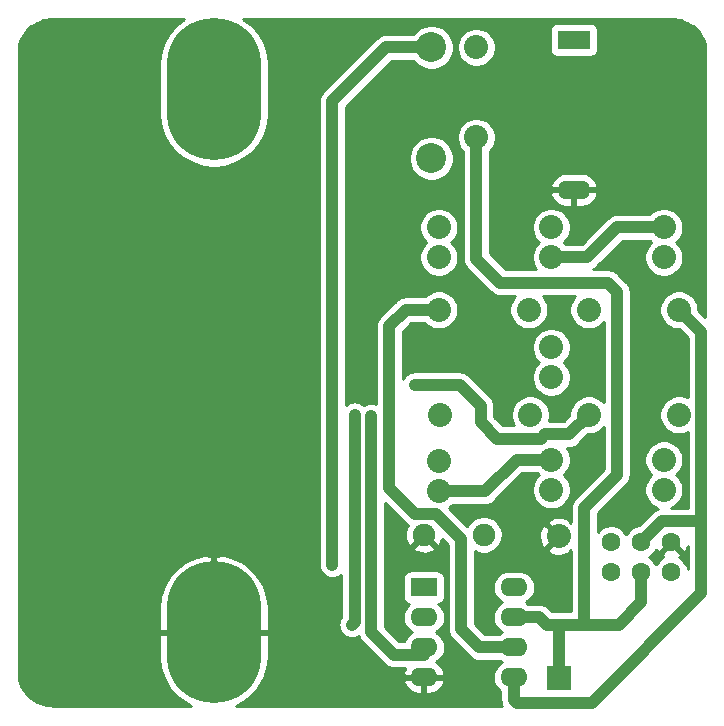
<source format=gbr>
G04 #@! TF.GenerationSoftware,KiCad,Pcbnew,(5.1.0)-1*
G04 #@! TF.CreationDate,2020-04-16T10:32:41+01:00*
G04 #@! TF.ProjectId,SolarDice,536f6c61-7244-4696-9365-2e6b69636164,rev?*
G04 #@! TF.SameCoordinates,PX5faea10PY77e7cd0*
G04 #@! TF.FileFunction,Copper,L1,Top*
G04 #@! TF.FilePolarity,Positive*
%FSLAX46Y46*%
G04 Gerber Fmt 4.6, Leading zero omitted, Abs format (unit mm)*
G04 Created by KiCad (PCBNEW (5.1.0)-1) date 2020-04-16 10:32:41*
%MOMM*%
%LPD*%
G04 APERTURE LIST*
%ADD10R,2.800000X1.600000*%
%ADD11O,2.800000X1.600000*%
%ADD12C,2.032000*%
%ADD13O,2.286000X1.574800*%
%ADD14R,2.286000X1.574800*%
%ADD15C,1.600200*%
%ADD16R,2.032000X2.032000*%
%ADD17C,2.540000*%
%ADD18C,1.905000*%
%ADD19O,8.000000X12.000000*%
%ADD20C,0.600000*%
%ADD21C,1.000000*%
%ADD22C,0.254000*%
G04 APERTURE END LIST*
D10*
X59690000Y87630000D03*
D11*
X59690000Y74930000D03*
D12*
X48387000Y55880000D03*
X56007000Y55880000D03*
X60960000Y55880000D03*
X68580000Y55880000D03*
X48260000Y64770000D03*
X55880000Y64770000D03*
X68580000Y64770000D03*
X60960000Y64770000D03*
X51435000Y79375000D03*
X51435000Y86995000D03*
D13*
X54610000Y41275000D03*
X54610000Y38735000D03*
X54610000Y36195000D03*
X54610000Y33655000D03*
X46990000Y33655000D03*
X46990000Y36195000D03*
X46990000Y38735000D03*
D14*
X46990000Y41275000D03*
D15*
X62865000Y45085000D03*
X62865000Y42545000D03*
X65405000Y45085000D03*
X65405000Y42545000D03*
X67945000Y45085000D03*
X67945000Y42545000D03*
D12*
X58420000Y45585000D03*
D16*
X58420000Y33585000D03*
D12*
X48260000Y49403000D03*
X48260000Y51943000D03*
X57785000Y49530000D03*
X57785000Y52070000D03*
X67310000Y49530000D03*
X67310000Y52070000D03*
X48260000Y69215000D03*
X48260000Y71755000D03*
X57785000Y69215000D03*
X57785000Y71755000D03*
X67310000Y69215000D03*
X67310000Y71755000D03*
X57785000Y59055000D03*
X57785000Y61595000D03*
D17*
X47625000Y86995000D03*
X47625000Y77597000D03*
D18*
X46990000Y45720000D03*
X52070000Y45720000D03*
D19*
X29210000Y37465000D03*
X29210000Y83465000D03*
D20*
X39243000Y43180000D03*
X46228000Y58420000D03*
X41148000Y55880000D03*
X40894000Y38100000D03*
X42545000Y55753000D03*
D21*
X39243000Y43688000D02*
X39243000Y43180000D01*
X39243000Y82423000D02*
X39243000Y43688000D01*
X47625000Y86995000D02*
X43815000Y86995000D01*
X43815000Y86995000D02*
X39243000Y82423000D01*
X60960000Y55880000D02*
X59309000Y54229000D01*
X57277000Y54229000D02*
X56896000Y53848000D01*
X59309000Y54229000D02*
X57277000Y54229000D01*
X56896000Y53848000D02*
X53213000Y53848000D01*
X53213000Y53848000D02*
X51816000Y55245000D01*
X51816000Y55245000D02*
X51816000Y56642000D01*
X51816000Y56642000D02*
X50038000Y58420000D01*
X50038000Y58420000D02*
X46228000Y58420000D01*
X41148000Y55880000D02*
X41148000Y38354000D01*
X41148000Y38354000D02*
X40894000Y38100000D01*
X46990000Y35560000D02*
X46634400Y35560000D01*
X46634400Y35560000D02*
X44450000Y35560000D01*
X44450000Y35560000D02*
X42545000Y37465000D01*
X42545000Y37465000D02*
X42545000Y55753000D01*
X45466000Y64770000D02*
X48260000Y64770000D01*
X44069000Y63373000D02*
X45466000Y64770000D01*
X44069000Y49657000D02*
X44069000Y63373000D01*
X50165000Y37719000D02*
X50165000Y45339000D01*
X50165000Y45339000D02*
X48006000Y47498000D01*
X48006000Y47498000D02*
X46228000Y47498000D01*
X46228000Y47498000D02*
X44069000Y49657000D01*
X51689000Y36195000D02*
X51054000Y36830000D01*
X54610000Y36195000D02*
X51689000Y36195000D01*
X51054000Y36830000D02*
X50165000Y37719000D01*
X68580000Y64770000D02*
X70485000Y62865000D01*
X67183000Y46863000D02*
X70485000Y46863000D01*
X65405000Y45085000D02*
X67183000Y46863000D01*
X70485000Y62865000D02*
X70485000Y46863000D01*
X70485000Y40767000D02*
X61214000Y31496000D01*
X70485000Y42164000D02*
X70485000Y40767000D01*
X70485000Y42164000D02*
X70485000Y46863000D01*
X61214000Y31496000D02*
X54864000Y31496000D01*
X54610000Y31750000D02*
X54610000Y33655000D01*
X54864000Y31496000D02*
X54610000Y31750000D01*
X65405000Y40005000D02*
X65405000Y42545000D01*
X63500000Y38100000D02*
X65405000Y40005000D01*
X58420000Y37846000D02*
X58674000Y38100000D01*
X58420000Y34085000D02*
X58420000Y37846000D01*
X60579000Y38100000D02*
X60579000Y48006000D01*
X60579000Y38100000D02*
X63500000Y38100000D01*
X58674000Y38100000D02*
X60579000Y38100000D01*
X60579000Y48006000D02*
X63373000Y50800000D01*
X63373000Y50800000D02*
X63373000Y66294000D01*
X63373000Y66294000D02*
X62611000Y67056000D01*
X62611000Y67056000D02*
X53467000Y67056000D01*
X51435000Y69088000D02*
X51435000Y79375000D01*
X53467000Y67056000D02*
X51435000Y69088000D01*
X57388000Y38100000D02*
X58674000Y38100000D01*
X56753000Y38735000D02*
X57388000Y38100000D01*
X54610000Y38735000D02*
X56753000Y38735000D01*
X54864000Y52070000D02*
X57785000Y52070000D01*
X48260000Y49403000D02*
X52197000Y49403000D01*
X52197000Y49403000D02*
X54864000Y52070000D01*
X57785000Y69215000D02*
X60833000Y69215000D01*
X60833000Y69215000D02*
X63373000Y71755000D01*
X63373000Y71755000D02*
X67310000Y71755000D01*
D22*
G36*
X26622474Y89337508D02*
G01*
X25916703Y88758298D01*
X25337493Y88052527D01*
X24907099Y87247320D01*
X24642065Y86373619D01*
X24575000Y85692695D01*
X24575000Y81237306D01*
X24642065Y80556382D01*
X24907099Y79682681D01*
X25337492Y78877474D01*
X25916702Y78171702D01*
X26622473Y77592492D01*
X27427680Y77162099D01*
X28301381Y76897065D01*
X29210000Y76807574D01*
X30118618Y76897065D01*
X30992319Y77162099D01*
X31797526Y77592492D01*
X32503298Y78171702D01*
X33082508Y78877473D01*
X33512901Y79682680D01*
X33777935Y80556381D01*
X33845000Y81237305D01*
X33845000Y85692695D01*
X33777935Y86373619D01*
X33512901Y87247320D01*
X33082508Y88052527D01*
X32503298Y88758298D01*
X31797527Y89337508D01*
X31699322Y89390000D01*
X67862270Y89390000D01*
X68187042Y89374904D01*
X68485411Y89332948D01*
X68772166Y89264953D01*
X69046031Y89172436D01*
X69305622Y89056916D01*
X69549483Y88919944D01*
X69776161Y88763095D01*
X69984202Y88587992D01*
X70172205Y88396270D01*
X70338856Y88189547D01*
X70482940Y87969367D01*
X70603331Y87737156D01*
X70698991Y87494106D01*
X70768862Y87241184D01*
X70811807Y86979052D01*
X70827492Y86689414D01*
X70827492Y64127639D01*
X70231000Y64724131D01*
X70231000Y64932609D01*
X70167553Y65251579D01*
X70043097Y65552042D01*
X69862415Y65822451D01*
X69632451Y66052415D01*
X69362042Y66233097D01*
X69061579Y66357553D01*
X68742609Y66421000D01*
X68417391Y66421000D01*
X68098421Y66357553D01*
X67797958Y66233097D01*
X67527549Y66052415D01*
X67297585Y65822451D01*
X67116903Y65552042D01*
X66992447Y65251579D01*
X66929000Y64932609D01*
X66929000Y64607391D01*
X66992447Y64288421D01*
X67116903Y63987958D01*
X67297585Y63717549D01*
X67527549Y63487585D01*
X67797958Y63306903D01*
X68098421Y63182447D01*
X68417391Y63119000D01*
X68625869Y63119000D01*
X69350000Y62394868D01*
X69350000Y57348085D01*
X69061579Y57467553D01*
X68742609Y57531000D01*
X68417391Y57531000D01*
X68098421Y57467553D01*
X67797958Y57343097D01*
X67527549Y57162415D01*
X67297585Y56932451D01*
X67116903Y56662042D01*
X66992447Y56361579D01*
X66929000Y56042609D01*
X66929000Y55717391D01*
X66992447Y55398421D01*
X67116903Y55097958D01*
X67297585Y54827549D01*
X67527549Y54597585D01*
X67797958Y54416903D01*
X68098421Y54292447D01*
X68417391Y54229000D01*
X68742609Y54229000D01*
X69061579Y54292447D01*
X69350001Y54411915D01*
X69350001Y47998000D01*
X67925696Y47998000D01*
X68092042Y48066903D01*
X68362451Y48247585D01*
X68592415Y48477549D01*
X68773097Y48747958D01*
X68897553Y49048421D01*
X68961000Y49367391D01*
X68961000Y49692609D01*
X68897553Y50011579D01*
X68773097Y50312042D01*
X68592415Y50582451D01*
X68374866Y50800000D01*
X68592415Y51017549D01*
X68773097Y51287958D01*
X68897553Y51588421D01*
X68961000Y51907391D01*
X68961000Y52232609D01*
X68897553Y52551579D01*
X68773097Y52852042D01*
X68592415Y53122451D01*
X68362451Y53352415D01*
X68092042Y53533097D01*
X67791579Y53657553D01*
X67472609Y53721000D01*
X67147391Y53721000D01*
X66828421Y53657553D01*
X66527958Y53533097D01*
X66257549Y53352415D01*
X66027585Y53122451D01*
X65846903Y52852042D01*
X65722447Y52551579D01*
X65659000Y52232609D01*
X65659000Y51907391D01*
X65722447Y51588421D01*
X65846903Y51287958D01*
X66027585Y51017549D01*
X66245134Y50800000D01*
X66027585Y50582451D01*
X65846903Y50312042D01*
X65722447Y50011579D01*
X65659000Y49692609D01*
X65659000Y49367391D01*
X65722447Y49048421D01*
X65846903Y48747958D01*
X66027585Y48477549D01*
X66257549Y48247585D01*
X66527958Y48066903D01*
X66828421Y47942447D01*
X66830285Y47942076D01*
X66746553Y47916676D01*
X66549377Y47811284D01*
X66419856Y47704989D01*
X66419854Y47704987D01*
X66376551Y47669449D01*
X66341013Y47626146D01*
X65227845Y46512977D01*
X64986397Y46464950D01*
X64725225Y46356769D01*
X64490177Y46199715D01*
X64290285Y45999823D01*
X64135000Y45767422D01*
X63979715Y45999823D01*
X63779823Y46199715D01*
X63544775Y46356769D01*
X63283603Y46464950D01*
X63006345Y46520100D01*
X62723655Y46520100D01*
X62446397Y46464950D01*
X62185225Y46356769D01*
X61950177Y46199715D01*
X61750285Y45999823D01*
X61714000Y45945519D01*
X61714000Y47535869D01*
X64136146Y49958013D01*
X64179449Y49993551D01*
X64321284Y50166377D01*
X64426676Y50363553D01*
X64491577Y50577501D01*
X64508000Y50744248D01*
X64508000Y50744249D01*
X64513491Y50800000D01*
X64508000Y50855752D01*
X64508000Y66238248D01*
X64513491Y66294000D01*
X64491577Y66516499D01*
X64426676Y66730447D01*
X64321284Y66927623D01*
X64214989Y67057143D01*
X64179449Y67100449D01*
X64136140Y67135992D01*
X63452995Y67819136D01*
X63417449Y67862449D01*
X63244623Y68004284D01*
X63047447Y68109676D01*
X62833499Y68174577D01*
X62666752Y68191000D01*
X62666751Y68191000D01*
X62611000Y68196491D01*
X62555249Y68191000D01*
X61324967Y68191000D01*
X61466623Y68266716D01*
X61639449Y68408551D01*
X61674996Y68451865D01*
X63843132Y70620000D01*
X66110134Y70620000D01*
X66245134Y70485000D01*
X66027585Y70267451D01*
X65846903Y69997042D01*
X65722447Y69696579D01*
X65659000Y69377609D01*
X65659000Y69052391D01*
X65722447Y68733421D01*
X65846903Y68432958D01*
X66027585Y68162549D01*
X66257549Y67932585D01*
X66527958Y67751903D01*
X66828421Y67627447D01*
X67147391Y67564000D01*
X67472609Y67564000D01*
X67791579Y67627447D01*
X68092042Y67751903D01*
X68362451Y67932585D01*
X68592415Y68162549D01*
X68773097Y68432958D01*
X68897553Y68733421D01*
X68961000Y69052391D01*
X68961000Y69377609D01*
X68897553Y69696579D01*
X68773097Y69997042D01*
X68592415Y70267451D01*
X68374866Y70485000D01*
X68592415Y70702549D01*
X68773097Y70972958D01*
X68897553Y71273421D01*
X68961000Y71592391D01*
X68961000Y71917609D01*
X68897553Y72236579D01*
X68773097Y72537042D01*
X68592415Y72807451D01*
X68362451Y73037415D01*
X68092042Y73218097D01*
X67791579Y73342553D01*
X67472609Y73406000D01*
X67147391Y73406000D01*
X66828421Y73342553D01*
X66527958Y73218097D01*
X66257549Y73037415D01*
X66110134Y72890000D01*
X63428741Y72890000D01*
X63372999Y72895490D01*
X63317257Y72890000D01*
X63317248Y72890000D01*
X63150501Y72873577D01*
X62936553Y72808676D01*
X62739377Y72703284D01*
X62566551Y72561449D01*
X62531009Y72518141D01*
X60362869Y70350000D01*
X58984866Y70350000D01*
X58849866Y70485000D01*
X59067415Y70702549D01*
X59248097Y70972958D01*
X59372553Y71273421D01*
X59436000Y71592391D01*
X59436000Y71917609D01*
X59372553Y72236579D01*
X59248097Y72537042D01*
X59067415Y72807451D01*
X58837451Y73037415D01*
X58567042Y73218097D01*
X58266579Y73342553D01*
X57947609Y73406000D01*
X57622391Y73406000D01*
X57303421Y73342553D01*
X57002958Y73218097D01*
X56732549Y73037415D01*
X56502585Y72807451D01*
X56321903Y72537042D01*
X56197447Y72236579D01*
X56134000Y71917609D01*
X56134000Y71592391D01*
X56197447Y71273421D01*
X56321903Y70972958D01*
X56502585Y70702549D01*
X56720134Y70485000D01*
X56502585Y70267451D01*
X56321903Y69997042D01*
X56197447Y69696579D01*
X56134000Y69377609D01*
X56134000Y69052391D01*
X56197447Y68733421D01*
X56321903Y68432958D01*
X56483575Y68191000D01*
X53937132Y68191000D01*
X52570000Y69558131D01*
X52570000Y74580961D01*
X57698096Y74580961D01*
X57715633Y74498182D01*
X57826285Y74238354D01*
X57985500Y74005105D01*
X58187161Y73807399D01*
X58423517Y73652834D01*
X58685486Y73547350D01*
X58963000Y73495000D01*
X59563000Y73495000D01*
X59563000Y74803000D01*
X59817000Y74803000D01*
X59817000Y73495000D01*
X60417000Y73495000D01*
X60694514Y73547350D01*
X60956483Y73652834D01*
X61192839Y73807399D01*
X61394500Y74005105D01*
X61553715Y74238354D01*
X61664367Y74498182D01*
X61681904Y74580961D01*
X61559915Y74803000D01*
X59817000Y74803000D01*
X59563000Y74803000D01*
X57820085Y74803000D01*
X57698096Y74580961D01*
X52570000Y74580961D01*
X52570000Y75279039D01*
X57698096Y75279039D01*
X57820085Y75057000D01*
X59563000Y75057000D01*
X59563000Y75077000D01*
X59817000Y75077000D01*
X59817000Y75057000D01*
X61559915Y75057000D01*
X61681904Y75279039D01*
X61664367Y75361818D01*
X61553715Y75621646D01*
X61394500Y75854895D01*
X61192839Y76052601D01*
X60956483Y76207166D01*
X60694514Y76312650D01*
X60417000Y76365000D01*
X58963000Y76365000D01*
X58685486Y76312650D01*
X58423517Y76207166D01*
X58187161Y76052601D01*
X57985500Y75854895D01*
X57826285Y75621646D01*
X57715633Y75361818D01*
X57698096Y75279039D01*
X52570000Y75279039D01*
X52570000Y78175134D01*
X52717415Y78322549D01*
X52898097Y78592958D01*
X53022553Y78893421D01*
X53086000Y79212391D01*
X53086000Y79537609D01*
X53022553Y79856579D01*
X52898097Y80157042D01*
X52717415Y80427451D01*
X52487451Y80657415D01*
X52217042Y80838097D01*
X51916579Y80962553D01*
X51597609Y81026000D01*
X51272391Y81026000D01*
X50953421Y80962553D01*
X50652958Y80838097D01*
X50382549Y80657415D01*
X50152585Y80427451D01*
X49971903Y80157042D01*
X49847447Y79856579D01*
X49784000Y79537609D01*
X49784000Y79212391D01*
X49847447Y78893421D01*
X49971903Y78592958D01*
X50152585Y78322549D01*
X50300001Y78175133D01*
X50300000Y69143752D01*
X50294509Y69088000D01*
X50300000Y69032249D01*
X50316423Y68865502D01*
X50381324Y68651554D01*
X50486716Y68454377D01*
X50628551Y68281551D01*
X50671865Y68246004D01*
X52625009Y66292859D01*
X52660551Y66249551D01*
X52833377Y66107716D01*
X53030553Y66002324D01*
X53244501Y65937423D01*
X53467000Y65915509D01*
X53522751Y65921000D01*
X54696134Y65921000D01*
X54597585Y65822451D01*
X54416903Y65552042D01*
X54292447Y65251579D01*
X54229000Y64932609D01*
X54229000Y64607391D01*
X54292447Y64288421D01*
X54416903Y63987958D01*
X54597585Y63717549D01*
X54827549Y63487585D01*
X55097958Y63306903D01*
X55398421Y63182447D01*
X55717391Y63119000D01*
X56042609Y63119000D01*
X56361579Y63182447D01*
X56662042Y63306903D01*
X56932451Y63487585D01*
X57162415Y63717549D01*
X57343097Y63987958D01*
X57467553Y64288421D01*
X57531000Y64607391D01*
X57531000Y64932609D01*
X57467553Y65251579D01*
X57343097Y65552042D01*
X57162415Y65822451D01*
X57063866Y65921000D01*
X59776134Y65921000D01*
X59677585Y65822451D01*
X59496903Y65552042D01*
X59372447Y65251579D01*
X59309000Y64932609D01*
X59309000Y64607391D01*
X59372447Y64288421D01*
X59496903Y63987958D01*
X59677585Y63717549D01*
X59907549Y63487585D01*
X60177958Y63306903D01*
X60478421Y63182447D01*
X60797391Y63119000D01*
X61122609Y63119000D01*
X61441579Y63182447D01*
X61742042Y63306903D01*
X62012451Y63487585D01*
X62238001Y63713135D01*
X62238000Y56936866D01*
X62012451Y57162415D01*
X61742042Y57343097D01*
X61441579Y57467553D01*
X61122609Y57531000D01*
X60797391Y57531000D01*
X60478421Y57467553D01*
X60177958Y57343097D01*
X59907549Y57162415D01*
X59677585Y56932451D01*
X59496903Y56662042D01*
X59372447Y56361579D01*
X59309000Y56042609D01*
X59309000Y55834132D01*
X58838869Y55364000D01*
X57580295Y55364000D01*
X57594553Y55398421D01*
X57658000Y55717391D01*
X57658000Y56042609D01*
X57594553Y56361579D01*
X57470097Y56662042D01*
X57289415Y56932451D01*
X57059451Y57162415D01*
X56789042Y57343097D01*
X56488579Y57467553D01*
X56169609Y57531000D01*
X55844391Y57531000D01*
X55525421Y57467553D01*
X55224958Y57343097D01*
X54954549Y57162415D01*
X54724585Y56932451D01*
X54543903Y56662042D01*
X54419447Y56361579D01*
X54356000Y56042609D01*
X54356000Y55717391D01*
X54419447Y55398421D01*
X54543903Y55097958D01*
X54620716Y54983000D01*
X53683132Y54983000D01*
X52951000Y55715131D01*
X52951000Y56586248D01*
X52956491Y56642000D01*
X52934577Y56864499D01*
X52869676Y57078447D01*
X52764284Y57275623D01*
X52657989Y57405144D01*
X52657987Y57405146D01*
X52622449Y57448449D01*
X52579146Y57483987D01*
X50879995Y59183136D01*
X50844449Y59226449D01*
X50671623Y59368284D01*
X50474447Y59473676D01*
X50260499Y59538577D01*
X50093752Y59555000D01*
X50093751Y59555000D01*
X50038000Y59560491D01*
X49982249Y59555000D01*
X46172248Y59555000D01*
X46005501Y59538577D01*
X45791553Y59473676D01*
X45594377Y59368284D01*
X45421551Y59226449D01*
X45279716Y59053623D01*
X45204000Y58911967D01*
X45204000Y61757609D01*
X56134000Y61757609D01*
X56134000Y61432391D01*
X56197447Y61113421D01*
X56321903Y60812958D01*
X56502585Y60542549D01*
X56720134Y60325000D01*
X56502585Y60107451D01*
X56321903Y59837042D01*
X56197447Y59536579D01*
X56134000Y59217609D01*
X56134000Y58892391D01*
X56197447Y58573421D01*
X56321903Y58272958D01*
X56502585Y58002549D01*
X56732549Y57772585D01*
X57002958Y57591903D01*
X57303421Y57467447D01*
X57622391Y57404000D01*
X57947609Y57404000D01*
X58266579Y57467447D01*
X58567042Y57591903D01*
X58837451Y57772585D01*
X59067415Y58002549D01*
X59248097Y58272958D01*
X59372553Y58573421D01*
X59436000Y58892391D01*
X59436000Y59217609D01*
X59372553Y59536579D01*
X59248097Y59837042D01*
X59067415Y60107451D01*
X58849866Y60325000D01*
X59067415Y60542549D01*
X59248097Y60812958D01*
X59372553Y61113421D01*
X59436000Y61432391D01*
X59436000Y61757609D01*
X59372553Y62076579D01*
X59248097Y62377042D01*
X59067415Y62647451D01*
X58837451Y62877415D01*
X58567042Y63058097D01*
X58266579Y63182553D01*
X57947609Y63246000D01*
X57622391Y63246000D01*
X57303421Y63182553D01*
X57002958Y63058097D01*
X56732549Y62877415D01*
X56502585Y62647451D01*
X56321903Y62377042D01*
X56197447Y62076579D01*
X56134000Y61757609D01*
X45204000Y61757609D01*
X45204000Y62902869D01*
X45936132Y63635000D01*
X47060134Y63635000D01*
X47207549Y63487585D01*
X47477958Y63306903D01*
X47778421Y63182447D01*
X48097391Y63119000D01*
X48422609Y63119000D01*
X48741579Y63182447D01*
X49042042Y63306903D01*
X49312451Y63487585D01*
X49542415Y63717549D01*
X49723097Y63987958D01*
X49847553Y64288421D01*
X49911000Y64607391D01*
X49911000Y64932609D01*
X49847553Y65251579D01*
X49723097Y65552042D01*
X49542415Y65822451D01*
X49312451Y66052415D01*
X49042042Y66233097D01*
X48741579Y66357553D01*
X48422609Y66421000D01*
X48097391Y66421000D01*
X47778421Y66357553D01*
X47477958Y66233097D01*
X47207549Y66052415D01*
X47060134Y65905000D01*
X45521741Y65905000D01*
X45465999Y65910490D01*
X45410257Y65905000D01*
X45410248Y65905000D01*
X45243501Y65888577D01*
X45029553Y65823676D01*
X44832377Y65718284D01*
X44659551Y65576449D01*
X44624008Y65533140D01*
X43305860Y64214991D01*
X43262552Y64179449D01*
X43120717Y64006623D01*
X43108399Y63983577D01*
X43015324Y63809446D01*
X42950423Y63595498D01*
X42928509Y63373000D01*
X42934001Y63317239D01*
X42934001Y56821069D01*
X42767499Y56871577D01*
X42545000Y56893491D01*
X42322502Y56871577D01*
X42108554Y56806676D01*
X41926514Y56709374D01*
X41781623Y56828284D01*
X41584446Y56933676D01*
X41370498Y56998577D01*
X41148000Y57020491D01*
X40925501Y56998577D01*
X40711553Y56933676D01*
X40514377Y56828284D01*
X40378000Y56716362D01*
X40378000Y71917609D01*
X46609000Y71917609D01*
X46609000Y71592391D01*
X46672447Y71273421D01*
X46796903Y70972958D01*
X46977585Y70702549D01*
X47195134Y70485000D01*
X46977585Y70267451D01*
X46796903Y69997042D01*
X46672447Y69696579D01*
X46609000Y69377609D01*
X46609000Y69052391D01*
X46672447Y68733421D01*
X46796903Y68432958D01*
X46977585Y68162549D01*
X47207549Y67932585D01*
X47477958Y67751903D01*
X47778421Y67627447D01*
X48097391Y67564000D01*
X48422609Y67564000D01*
X48741579Y67627447D01*
X49042042Y67751903D01*
X49312451Y67932585D01*
X49542415Y68162549D01*
X49723097Y68432958D01*
X49847553Y68733421D01*
X49911000Y69052391D01*
X49911000Y69377609D01*
X49847553Y69696579D01*
X49723097Y69997042D01*
X49542415Y70267451D01*
X49324866Y70485000D01*
X49542415Y70702549D01*
X49723097Y70972958D01*
X49847553Y71273421D01*
X49911000Y71592391D01*
X49911000Y71917609D01*
X49847553Y72236579D01*
X49723097Y72537042D01*
X49542415Y72807451D01*
X49312451Y73037415D01*
X49042042Y73218097D01*
X48741579Y73342553D01*
X48422609Y73406000D01*
X48097391Y73406000D01*
X47778421Y73342553D01*
X47477958Y73218097D01*
X47207549Y73037415D01*
X46977585Y72807451D01*
X46796903Y72537042D01*
X46672447Y72236579D01*
X46609000Y71917609D01*
X40378000Y71917609D01*
X40378000Y77784626D01*
X45720000Y77784626D01*
X45720000Y77409374D01*
X45793209Y77041332D01*
X45936811Y76694644D01*
X46145290Y76382634D01*
X46410634Y76117290D01*
X46722644Y75908811D01*
X47069332Y75765209D01*
X47437374Y75692000D01*
X47812626Y75692000D01*
X48180668Y75765209D01*
X48527356Y75908811D01*
X48839366Y76117290D01*
X49104710Y76382634D01*
X49313189Y76694644D01*
X49456791Y77041332D01*
X49530000Y77409374D01*
X49530000Y77784626D01*
X49456791Y78152668D01*
X49313189Y78499356D01*
X49104710Y78811366D01*
X48839366Y79076710D01*
X48527356Y79285189D01*
X48180668Y79428791D01*
X47812626Y79502000D01*
X47437374Y79502000D01*
X47069332Y79428791D01*
X46722644Y79285189D01*
X46410634Y79076710D01*
X46145290Y78811366D01*
X45936811Y78499356D01*
X45793209Y78152668D01*
X45720000Y77784626D01*
X40378000Y77784626D01*
X40378000Y81952869D01*
X44285132Y85860000D01*
X46092259Y85860000D01*
X46145290Y85780634D01*
X46410634Y85515290D01*
X46722644Y85306811D01*
X47069332Y85163209D01*
X47437374Y85090000D01*
X47812626Y85090000D01*
X48180668Y85163209D01*
X48527356Y85306811D01*
X48839366Y85515290D01*
X49104710Y85780634D01*
X49313189Y86092644D01*
X49456791Y86439332D01*
X49530000Y86807374D01*
X49530000Y87157609D01*
X49784000Y87157609D01*
X49784000Y86832391D01*
X49847447Y86513421D01*
X49971903Y86212958D01*
X50152585Y85942549D01*
X50382549Y85712585D01*
X50652958Y85531903D01*
X50953421Y85407447D01*
X51272391Y85344000D01*
X51597609Y85344000D01*
X51916579Y85407447D01*
X52217042Y85531903D01*
X52487451Y85712585D01*
X52717415Y85942549D01*
X52898097Y86212958D01*
X53022553Y86513421D01*
X53086000Y86832391D01*
X53086000Y87157609D01*
X53022553Y87476579D01*
X52898097Y87777042D01*
X52717415Y88047451D01*
X52487451Y88277415D01*
X52259093Y88430000D01*
X57651928Y88430000D01*
X57651928Y86830000D01*
X57664188Y86705518D01*
X57700498Y86585820D01*
X57759463Y86475506D01*
X57838815Y86378815D01*
X57935506Y86299463D01*
X58045820Y86240498D01*
X58165518Y86204188D01*
X58290000Y86191928D01*
X61090000Y86191928D01*
X61214482Y86204188D01*
X61334180Y86240498D01*
X61444494Y86299463D01*
X61541185Y86378815D01*
X61620537Y86475506D01*
X61679502Y86585820D01*
X61715812Y86705518D01*
X61728072Y86830000D01*
X61728072Y88430000D01*
X61715812Y88554482D01*
X61679502Y88674180D01*
X61620537Y88784494D01*
X61541185Y88881185D01*
X61444494Y88960537D01*
X61334180Y89019502D01*
X61214482Y89055812D01*
X61090000Y89068072D01*
X58290000Y89068072D01*
X58165518Y89055812D01*
X58045820Y89019502D01*
X57935506Y88960537D01*
X57838815Y88881185D01*
X57759463Y88784494D01*
X57700498Y88674180D01*
X57664188Y88554482D01*
X57651928Y88430000D01*
X52259093Y88430000D01*
X52217042Y88458097D01*
X51916579Y88582553D01*
X51597609Y88646000D01*
X51272391Y88646000D01*
X50953421Y88582553D01*
X50652958Y88458097D01*
X50382549Y88277415D01*
X50152585Y88047451D01*
X49971903Y87777042D01*
X49847447Y87476579D01*
X49784000Y87157609D01*
X49530000Y87157609D01*
X49530000Y87182626D01*
X49456791Y87550668D01*
X49313189Y87897356D01*
X49104710Y88209366D01*
X48839366Y88474710D01*
X48527356Y88683189D01*
X48180668Y88826791D01*
X47812626Y88900000D01*
X47437374Y88900000D01*
X47069332Y88826791D01*
X46722644Y88683189D01*
X46410634Y88474710D01*
X46145290Y88209366D01*
X46092259Y88130000D01*
X43870741Y88130000D01*
X43814999Y88135490D01*
X43759257Y88130000D01*
X43759248Y88130000D01*
X43592501Y88113577D01*
X43378553Y88048676D01*
X43181377Y87943284D01*
X43008551Y87801449D01*
X42973009Y87758141D01*
X38479865Y83264996D01*
X38436551Y83229449D01*
X38294716Y83056623D01*
X38189325Y82859447D01*
X38189324Y82859446D01*
X38124423Y82645498D01*
X38102509Y82423000D01*
X38108000Y82367249D01*
X38108001Y43743761D01*
X38108000Y43743751D01*
X38108000Y43124248D01*
X38124423Y42957501D01*
X38189324Y42743553D01*
X38294717Y42546377D01*
X38436552Y42373551D01*
X38609378Y42231716D01*
X38806554Y42126324D01*
X39020502Y42061423D01*
X39243000Y42039509D01*
X39465499Y42061423D01*
X39679447Y42126324D01*
X39876623Y42231716D01*
X40013001Y42343639D01*
X40013001Y38815608D01*
X39945717Y38733622D01*
X39840324Y38536446D01*
X39775423Y38322498D01*
X39753509Y38100000D01*
X39775423Y37877502D01*
X39840324Y37663554D01*
X39945717Y37466378D01*
X40087552Y37293552D01*
X40260378Y37151717D01*
X40457554Y37046324D01*
X40671502Y36981423D01*
X40894000Y36959509D01*
X41116498Y36981423D01*
X41330446Y37046324D01*
X41464240Y37117838D01*
X41491324Y37028554D01*
X41596716Y36831377D01*
X41738551Y36658551D01*
X41781865Y36623004D01*
X43608009Y34796859D01*
X43643551Y34753551D01*
X43794873Y34629364D01*
X43816377Y34611716D01*
X44013553Y34506324D01*
X44227501Y34441423D01*
X44450000Y34419509D01*
X44505752Y34425000D01*
X45439324Y34425000D01*
X45381159Y34339646D01*
X45271672Y34081996D01*
X45254990Y34002060D01*
X45377148Y33782000D01*
X46863000Y33782000D01*
X46863000Y33802000D01*
X47117000Y33802000D01*
X47117000Y33782000D01*
X48602852Y33782000D01*
X48725010Y34002060D01*
X48708328Y34081996D01*
X48598841Y34339646D01*
X48441192Y34570986D01*
X48241440Y34767125D01*
X48007262Y34920526D01*
X47990955Y34927107D01*
X48139667Y35006595D01*
X48356255Y35184345D01*
X48534005Y35400933D01*
X48666084Y35648037D01*
X48747419Y35916161D01*
X48774882Y36195000D01*
X48747419Y36473839D01*
X48666084Y36741963D01*
X48534005Y36989067D01*
X48356255Y37205655D01*
X48139667Y37383405D01*
X47987013Y37465000D01*
X48139667Y37546595D01*
X48356255Y37724345D01*
X48534005Y37940933D01*
X48666084Y38188037D01*
X48747419Y38456161D01*
X48774882Y38735000D01*
X48747419Y39013839D01*
X48666084Y39281963D01*
X48534005Y39529067D01*
X48356255Y39745655D01*
X48219326Y39858030D01*
X48257482Y39861788D01*
X48377180Y39898098D01*
X48487494Y39957063D01*
X48584185Y40036415D01*
X48663537Y40133106D01*
X48722502Y40243420D01*
X48758812Y40363118D01*
X48771072Y40487600D01*
X48771072Y42062400D01*
X48758812Y42186882D01*
X48722502Y42306580D01*
X48663537Y42416894D01*
X48584185Y42513585D01*
X48487494Y42592937D01*
X48377180Y42651902D01*
X48257482Y42688212D01*
X48133000Y42700472D01*
X45847000Y42700472D01*
X45722518Y42688212D01*
X45602820Y42651902D01*
X45492506Y42592937D01*
X45395815Y42513585D01*
X45316463Y42416894D01*
X45257498Y42306580D01*
X45221188Y42186882D01*
X45208928Y42062400D01*
X45208928Y40487600D01*
X45221188Y40363118D01*
X45257498Y40243420D01*
X45316463Y40133106D01*
X45395815Y40036415D01*
X45492506Y39957063D01*
X45602820Y39898098D01*
X45722518Y39861788D01*
X45760674Y39858030D01*
X45623745Y39745655D01*
X45445995Y39529067D01*
X45313916Y39281963D01*
X45232581Y39013839D01*
X45205118Y38735000D01*
X45232581Y38456161D01*
X45313916Y38188037D01*
X45445995Y37940933D01*
X45623745Y37724345D01*
X45840333Y37546595D01*
X45992987Y37465000D01*
X45840333Y37383405D01*
X45623745Y37205655D01*
X45445995Y36989067D01*
X45313916Y36741963D01*
X45299670Y36695000D01*
X44920132Y36695000D01*
X43680000Y37935131D01*
X43680000Y44618465D01*
X46068070Y44618465D01*
X46158098Y44358919D01*
X46439616Y44222776D01*
X46742286Y44144171D01*
X47054474Y44126123D01*
X47364185Y44169328D01*
X47659516Y44272123D01*
X47821902Y44358919D01*
X47911930Y44618465D01*
X46990000Y45540395D01*
X46068070Y44618465D01*
X43680000Y44618465D01*
X43680000Y48440869D01*
X45386009Y46734859D01*
X45421551Y46691551D01*
X45594377Y46549716D01*
X45620984Y46535494D01*
X45492776Y46270384D01*
X45414171Y45967714D01*
X45396123Y45655526D01*
X45439328Y45345815D01*
X45542123Y45050484D01*
X45628919Y44888098D01*
X45888465Y44798070D01*
X46810395Y45720000D01*
X46796253Y45734142D01*
X46975858Y45913747D01*
X46990000Y45899605D01*
X47004143Y45913747D01*
X47183748Y45734142D01*
X47169605Y45720000D01*
X48091535Y44798070D01*
X48351081Y44888098D01*
X48487224Y45169616D01*
X48537121Y45361747D01*
X49030001Y44868867D01*
X49030000Y37774752D01*
X49024509Y37719000D01*
X49032640Y37636448D01*
X49046423Y37496502D01*
X49111324Y37282554D01*
X49216716Y37085377D01*
X49358551Y36912551D01*
X49401864Y36877005D01*
X50290856Y35988012D01*
X50290861Y35988008D01*
X50847008Y35431860D01*
X50882551Y35388551D01*
X51055377Y35246716D01*
X51252553Y35141324D01*
X51466501Y35076423D01*
X51689000Y35054509D01*
X51744752Y35060000D01*
X53395259Y35060000D01*
X53460333Y35006595D01*
X53612987Y34925000D01*
X53460333Y34843405D01*
X53243745Y34665655D01*
X53065995Y34449067D01*
X52933916Y34201963D01*
X52852581Y33933839D01*
X52825118Y33655000D01*
X52852581Y33376161D01*
X52933916Y33108037D01*
X53065995Y32860933D01*
X53243745Y32644345D01*
X53460333Y32466595D01*
X53475000Y32458755D01*
X53475000Y31805752D01*
X53469509Y31750000D01*
X53490120Y31540733D01*
X53491423Y31527502D01*
X53556324Y31313554D01*
X53584949Y31260000D01*
X31118074Y31260000D01*
X31679471Y31540581D01*
X32397637Y32097758D01*
X32993304Y32784336D01*
X33291896Y33307940D01*
X45254990Y33307940D01*
X45271672Y33228004D01*
X45381159Y32970354D01*
X45538808Y32739014D01*
X45738560Y32542875D01*
X45972738Y32389474D01*
X46232344Y32284707D01*
X46507400Y32232600D01*
X46863000Y32232600D01*
X46863000Y33528000D01*
X47117000Y33528000D01*
X47117000Y32232600D01*
X47472600Y32232600D01*
X47747656Y32284707D01*
X48007262Y32389474D01*
X48241440Y32542875D01*
X48441192Y32739014D01*
X48598841Y32970354D01*
X48708328Y33228004D01*
X48725010Y33307940D01*
X48602852Y33528000D01*
X47117000Y33528000D01*
X46863000Y33528000D01*
X45377148Y33528000D01*
X45254990Y33307940D01*
X33291896Y33307940D01*
X33443581Y33573930D01*
X33731163Y34436197D01*
X33845000Y35338000D01*
X33845000Y37338000D01*
X29337000Y37338000D01*
X29337000Y37318000D01*
X29083000Y37318000D01*
X29083000Y37338000D01*
X24575000Y37338000D01*
X24575000Y35338000D01*
X24688837Y34436197D01*
X24976419Y33573930D01*
X25426696Y32784336D01*
X26022363Y32097758D01*
X26740529Y31540581D01*
X27301926Y31260000D01*
X15662714Y31260000D01*
X15337941Y31275096D01*
X15039574Y31317052D01*
X14752820Y31385046D01*
X14478952Y31477564D01*
X14219361Y31593084D01*
X13975496Y31730059D01*
X13748821Y31886905D01*
X13540786Y32062003D01*
X13352778Y32253730D01*
X13186127Y32460454D01*
X13042047Y32680628D01*
X12921651Y32912848D01*
X12825993Y33155895D01*
X12756123Y33408812D01*
X12713177Y33670949D01*
X12697492Y33960586D01*
X12697492Y39592000D01*
X24575000Y39592000D01*
X24575000Y37592000D01*
X29083000Y37592000D01*
X29083000Y43939448D01*
X29337000Y43939448D01*
X29337000Y37592000D01*
X33845000Y37592000D01*
X33845000Y39592000D01*
X33731163Y40493803D01*
X33443581Y41356070D01*
X32993304Y42145664D01*
X32397637Y42832242D01*
X31679471Y43389419D01*
X30866405Y43795782D01*
X30060238Y44021350D01*
X29337000Y43939448D01*
X29083000Y43939448D01*
X28359762Y44021350D01*
X27553595Y43795782D01*
X26740529Y43389419D01*
X26022363Y42832242D01*
X25426696Y42145664D01*
X24976419Y41356070D01*
X24688837Y40493803D01*
X24575000Y39592000D01*
X12697492Y39592000D01*
X12697492Y86689414D01*
X12713177Y86979051D01*
X12756122Y87241185D01*
X12825994Y87494108D01*
X12921651Y87737152D01*
X13042047Y87969372D01*
X13186127Y88189546D01*
X13352778Y88396270D01*
X13540786Y88587997D01*
X13748821Y88763095D01*
X13975496Y88919941D01*
X14219361Y89056916D01*
X14478952Y89172436D01*
X14752820Y89264954D01*
X15039574Y89332948D01*
X15337941Y89374904D01*
X15662714Y89390000D01*
X26720679Y89390000D01*
X26622474Y89337508D01*
X26622474Y89337508D01*
G37*
X26622474Y89337508D02*
X25916703Y88758298D01*
X25337493Y88052527D01*
X24907099Y87247320D01*
X24642065Y86373619D01*
X24575000Y85692695D01*
X24575000Y81237306D01*
X24642065Y80556382D01*
X24907099Y79682681D01*
X25337492Y78877474D01*
X25916702Y78171702D01*
X26622473Y77592492D01*
X27427680Y77162099D01*
X28301381Y76897065D01*
X29210000Y76807574D01*
X30118618Y76897065D01*
X30992319Y77162099D01*
X31797526Y77592492D01*
X32503298Y78171702D01*
X33082508Y78877473D01*
X33512901Y79682680D01*
X33777935Y80556381D01*
X33845000Y81237305D01*
X33845000Y85692695D01*
X33777935Y86373619D01*
X33512901Y87247320D01*
X33082508Y88052527D01*
X32503298Y88758298D01*
X31797527Y89337508D01*
X31699322Y89390000D01*
X67862270Y89390000D01*
X68187042Y89374904D01*
X68485411Y89332948D01*
X68772166Y89264953D01*
X69046031Y89172436D01*
X69305622Y89056916D01*
X69549483Y88919944D01*
X69776161Y88763095D01*
X69984202Y88587992D01*
X70172205Y88396270D01*
X70338856Y88189547D01*
X70482940Y87969367D01*
X70603331Y87737156D01*
X70698991Y87494106D01*
X70768862Y87241184D01*
X70811807Y86979052D01*
X70827492Y86689414D01*
X70827492Y64127639D01*
X70231000Y64724131D01*
X70231000Y64932609D01*
X70167553Y65251579D01*
X70043097Y65552042D01*
X69862415Y65822451D01*
X69632451Y66052415D01*
X69362042Y66233097D01*
X69061579Y66357553D01*
X68742609Y66421000D01*
X68417391Y66421000D01*
X68098421Y66357553D01*
X67797958Y66233097D01*
X67527549Y66052415D01*
X67297585Y65822451D01*
X67116903Y65552042D01*
X66992447Y65251579D01*
X66929000Y64932609D01*
X66929000Y64607391D01*
X66992447Y64288421D01*
X67116903Y63987958D01*
X67297585Y63717549D01*
X67527549Y63487585D01*
X67797958Y63306903D01*
X68098421Y63182447D01*
X68417391Y63119000D01*
X68625869Y63119000D01*
X69350000Y62394868D01*
X69350000Y57348085D01*
X69061579Y57467553D01*
X68742609Y57531000D01*
X68417391Y57531000D01*
X68098421Y57467553D01*
X67797958Y57343097D01*
X67527549Y57162415D01*
X67297585Y56932451D01*
X67116903Y56662042D01*
X66992447Y56361579D01*
X66929000Y56042609D01*
X66929000Y55717391D01*
X66992447Y55398421D01*
X67116903Y55097958D01*
X67297585Y54827549D01*
X67527549Y54597585D01*
X67797958Y54416903D01*
X68098421Y54292447D01*
X68417391Y54229000D01*
X68742609Y54229000D01*
X69061579Y54292447D01*
X69350001Y54411915D01*
X69350001Y47998000D01*
X67925696Y47998000D01*
X68092042Y48066903D01*
X68362451Y48247585D01*
X68592415Y48477549D01*
X68773097Y48747958D01*
X68897553Y49048421D01*
X68961000Y49367391D01*
X68961000Y49692609D01*
X68897553Y50011579D01*
X68773097Y50312042D01*
X68592415Y50582451D01*
X68374866Y50800000D01*
X68592415Y51017549D01*
X68773097Y51287958D01*
X68897553Y51588421D01*
X68961000Y51907391D01*
X68961000Y52232609D01*
X68897553Y52551579D01*
X68773097Y52852042D01*
X68592415Y53122451D01*
X68362451Y53352415D01*
X68092042Y53533097D01*
X67791579Y53657553D01*
X67472609Y53721000D01*
X67147391Y53721000D01*
X66828421Y53657553D01*
X66527958Y53533097D01*
X66257549Y53352415D01*
X66027585Y53122451D01*
X65846903Y52852042D01*
X65722447Y52551579D01*
X65659000Y52232609D01*
X65659000Y51907391D01*
X65722447Y51588421D01*
X65846903Y51287958D01*
X66027585Y51017549D01*
X66245134Y50800000D01*
X66027585Y50582451D01*
X65846903Y50312042D01*
X65722447Y50011579D01*
X65659000Y49692609D01*
X65659000Y49367391D01*
X65722447Y49048421D01*
X65846903Y48747958D01*
X66027585Y48477549D01*
X66257549Y48247585D01*
X66527958Y48066903D01*
X66828421Y47942447D01*
X66830285Y47942076D01*
X66746553Y47916676D01*
X66549377Y47811284D01*
X66419856Y47704989D01*
X66419854Y47704987D01*
X66376551Y47669449D01*
X66341013Y47626146D01*
X65227845Y46512977D01*
X64986397Y46464950D01*
X64725225Y46356769D01*
X64490177Y46199715D01*
X64290285Y45999823D01*
X64135000Y45767422D01*
X63979715Y45999823D01*
X63779823Y46199715D01*
X63544775Y46356769D01*
X63283603Y46464950D01*
X63006345Y46520100D01*
X62723655Y46520100D01*
X62446397Y46464950D01*
X62185225Y46356769D01*
X61950177Y46199715D01*
X61750285Y45999823D01*
X61714000Y45945519D01*
X61714000Y47535869D01*
X64136146Y49958013D01*
X64179449Y49993551D01*
X64321284Y50166377D01*
X64426676Y50363553D01*
X64491577Y50577501D01*
X64508000Y50744248D01*
X64508000Y50744249D01*
X64513491Y50800000D01*
X64508000Y50855752D01*
X64508000Y66238248D01*
X64513491Y66294000D01*
X64491577Y66516499D01*
X64426676Y66730447D01*
X64321284Y66927623D01*
X64214989Y67057143D01*
X64179449Y67100449D01*
X64136140Y67135992D01*
X63452995Y67819136D01*
X63417449Y67862449D01*
X63244623Y68004284D01*
X63047447Y68109676D01*
X62833499Y68174577D01*
X62666752Y68191000D01*
X62666751Y68191000D01*
X62611000Y68196491D01*
X62555249Y68191000D01*
X61324967Y68191000D01*
X61466623Y68266716D01*
X61639449Y68408551D01*
X61674996Y68451865D01*
X63843132Y70620000D01*
X66110134Y70620000D01*
X66245134Y70485000D01*
X66027585Y70267451D01*
X65846903Y69997042D01*
X65722447Y69696579D01*
X65659000Y69377609D01*
X65659000Y69052391D01*
X65722447Y68733421D01*
X65846903Y68432958D01*
X66027585Y68162549D01*
X66257549Y67932585D01*
X66527958Y67751903D01*
X66828421Y67627447D01*
X67147391Y67564000D01*
X67472609Y67564000D01*
X67791579Y67627447D01*
X68092042Y67751903D01*
X68362451Y67932585D01*
X68592415Y68162549D01*
X68773097Y68432958D01*
X68897553Y68733421D01*
X68961000Y69052391D01*
X68961000Y69377609D01*
X68897553Y69696579D01*
X68773097Y69997042D01*
X68592415Y70267451D01*
X68374866Y70485000D01*
X68592415Y70702549D01*
X68773097Y70972958D01*
X68897553Y71273421D01*
X68961000Y71592391D01*
X68961000Y71917609D01*
X68897553Y72236579D01*
X68773097Y72537042D01*
X68592415Y72807451D01*
X68362451Y73037415D01*
X68092042Y73218097D01*
X67791579Y73342553D01*
X67472609Y73406000D01*
X67147391Y73406000D01*
X66828421Y73342553D01*
X66527958Y73218097D01*
X66257549Y73037415D01*
X66110134Y72890000D01*
X63428741Y72890000D01*
X63372999Y72895490D01*
X63317257Y72890000D01*
X63317248Y72890000D01*
X63150501Y72873577D01*
X62936553Y72808676D01*
X62739377Y72703284D01*
X62566551Y72561449D01*
X62531009Y72518141D01*
X60362869Y70350000D01*
X58984866Y70350000D01*
X58849866Y70485000D01*
X59067415Y70702549D01*
X59248097Y70972958D01*
X59372553Y71273421D01*
X59436000Y71592391D01*
X59436000Y71917609D01*
X59372553Y72236579D01*
X59248097Y72537042D01*
X59067415Y72807451D01*
X58837451Y73037415D01*
X58567042Y73218097D01*
X58266579Y73342553D01*
X57947609Y73406000D01*
X57622391Y73406000D01*
X57303421Y73342553D01*
X57002958Y73218097D01*
X56732549Y73037415D01*
X56502585Y72807451D01*
X56321903Y72537042D01*
X56197447Y72236579D01*
X56134000Y71917609D01*
X56134000Y71592391D01*
X56197447Y71273421D01*
X56321903Y70972958D01*
X56502585Y70702549D01*
X56720134Y70485000D01*
X56502585Y70267451D01*
X56321903Y69997042D01*
X56197447Y69696579D01*
X56134000Y69377609D01*
X56134000Y69052391D01*
X56197447Y68733421D01*
X56321903Y68432958D01*
X56483575Y68191000D01*
X53937132Y68191000D01*
X52570000Y69558131D01*
X52570000Y74580961D01*
X57698096Y74580961D01*
X57715633Y74498182D01*
X57826285Y74238354D01*
X57985500Y74005105D01*
X58187161Y73807399D01*
X58423517Y73652834D01*
X58685486Y73547350D01*
X58963000Y73495000D01*
X59563000Y73495000D01*
X59563000Y74803000D01*
X59817000Y74803000D01*
X59817000Y73495000D01*
X60417000Y73495000D01*
X60694514Y73547350D01*
X60956483Y73652834D01*
X61192839Y73807399D01*
X61394500Y74005105D01*
X61553715Y74238354D01*
X61664367Y74498182D01*
X61681904Y74580961D01*
X61559915Y74803000D01*
X59817000Y74803000D01*
X59563000Y74803000D01*
X57820085Y74803000D01*
X57698096Y74580961D01*
X52570000Y74580961D01*
X52570000Y75279039D01*
X57698096Y75279039D01*
X57820085Y75057000D01*
X59563000Y75057000D01*
X59563000Y75077000D01*
X59817000Y75077000D01*
X59817000Y75057000D01*
X61559915Y75057000D01*
X61681904Y75279039D01*
X61664367Y75361818D01*
X61553715Y75621646D01*
X61394500Y75854895D01*
X61192839Y76052601D01*
X60956483Y76207166D01*
X60694514Y76312650D01*
X60417000Y76365000D01*
X58963000Y76365000D01*
X58685486Y76312650D01*
X58423517Y76207166D01*
X58187161Y76052601D01*
X57985500Y75854895D01*
X57826285Y75621646D01*
X57715633Y75361818D01*
X57698096Y75279039D01*
X52570000Y75279039D01*
X52570000Y78175134D01*
X52717415Y78322549D01*
X52898097Y78592958D01*
X53022553Y78893421D01*
X53086000Y79212391D01*
X53086000Y79537609D01*
X53022553Y79856579D01*
X52898097Y80157042D01*
X52717415Y80427451D01*
X52487451Y80657415D01*
X52217042Y80838097D01*
X51916579Y80962553D01*
X51597609Y81026000D01*
X51272391Y81026000D01*
X50953421Y80962553D01*
X50652958Y80838097D01*
X50382549Y80657415D01*
X50152585Y80427451D01*
X49971903Y80157042D01*
X49847447Y79856579D01*
X49784000Y79537609D01*
X49784000Y79212391D01*
X49847447Y78893421D01*
X49971903Y78592958D01*
X50152585Y78322549D01*
X50300001Y78175133D01*
X50300000Y69143752D01*
X50294509Y69088000D01*
X50300000Y69032249D01*
X50316423Y68865502D01*
X50381324Y68651554D01*
X50486716Y68454377D01*
X50628551Y68281551D01*
X50671865Y68246004D01*
X52625009Y66292859D01*
X52660551Y66249551D01*
X52833377Y66107716D01*
X53030553Y66002324D01*
X53244501Y65937423D01*
X53467000Y65915509D01*
X53522751Y65921000D01*
X54696134Y65921000D01*
X54597585Y65822451D01*
X54416903Y65552042D01*
X54292447Y65251579D01*
X54229000Y64932609D01*
X54229000Y64607391D01*
X54292447Y64288421D01*
X54416903Y63987958D01*
X54597585Y63717549D01*
X54827549Y63487585D01*
X55097958Y63306903D01*
X55398421Y63182447D01*
X55717391Y63119000D01*
X56042609Y63119000D01*
X56361579Y63182447D01*
X56662042Y63306903D01*
X56932451Y63487585D01*
X57162415Y63717549D01*
X57343097Y63987958D01*
X57467553Y64288421D01*
X57531000Y64607391D01*
X57531000Y64932609D01*
X57467553Y65251579D01*
X57343097Y65552042D01*
X57162415Y65822451D01*
X57063866Y65921000D01*
X59776134Y65921000D01*
X59677585Y65822451D01*
X59496903Y65552042D01*
X59372447Y65251579D01*
X59309000Y64932609D01*
X59309000Y64607391D01*
X59372447Y64288421D01*
X59496903Y63987958D01*
X59677585Y63717549D01*
X59907549Y63487585D01*
X60177958Y63306903D01*
X60478421Y63182447D01*
X60797391Y63119000D01*
X61122609Y63119000D01*
X61441579Y63182447D01*
X61742042Y63306903D01*
X62012451Y63487585D01*
X62238001Y63713135D01*
X62238000Y56936866D01*
X62012451Y57162415D01*
X61742042Y57343097D01*
X61441579Y57467553D01*
X61122609Y57531000D01*
X60797391Y57531000D01*
X60478421Y57467553D01*
X60177958Y57343097D01*
X59907549Y57162415D01*
X59677585Y56932451D01*
X59496903Y56662042D01*
X59372447Y56361579D01*
X59309000Y56042609D01*
X59309000Y55834132D01*
X58838869Y55364000D01*
X57580295Y55364000D01*
X57594553Y55398421D01*
X57658000Y55717391D01*
X57658000Y56042609D01*
X57594553Y56361579D01*
X57470097Y56662042D01*
X57289415Y56932451D01*
X57059451Y57162415D01*
X56789042Y57343097D01*
X56488579Y57467553D01*
X56169609Y57531000D01*
X55844391Y57531000D01*
X55525421Y57467553D01*
X55224958Y57343097D01*
X54954549Y57162415D01*
X54724585Y56932451D01*
X54543903Y56662042D01*
X54419447Y56361579D01*
X54356000Y56042609D01*
X54356000Y55717391D01*
X54419447Y55398421D01*
X54543903Y55097958D01*
X54620716Y54983000D01*
X53683132Y54983000D01*
X52951000Y55715131D01*
X52951000Y56586248D01*
X52956491Y56642000D01*
X52934577Y56864499D01*
X52869676Y57078447D01*
X52764284Y57275623D01*
X52657989Y57405144D01*
X52657987Y57405146D01*
X52622449Y57448449D01*
X52579146Y57483987D01*
X50879995Y59183136D01*
X50844449Y59226449D01*
X50671623Y59368284D01*
X50474447Y59473676D01*
X50260499Y59538577D01*
X50093752Y59555000D01*
X50093751Y59555000D01*
X50038000Y59560491D01*
X49982249Y59555000D01*
X46172248Y59555000D01*
X46005501Y59538577D01*
X45791553Y59473676D01*
X45594377Y59368284D01*
X45421551Y59226449D01*
X45279716Y59053623D01*
X45204000Y58911967D01*
X45204000Y61757609D01*
X56134000Y61757609D01*
X56134000Y61432391D01*
X56197447Y61113421D01*
X56321903Y60812958D01*
X56502585Y60542549D01*
X56720134Y60325000D01*
X56502585Y60107451D01*
X56321903Y59837042D01*
X56197447Y59536579D01*
X56134000Y59217609D01*
X56134000Y58892391D01*
X56197447Y58573421D01*
X56321903Y58272958D01*
X56502585Y58002549D01*
X56732549Y57772585D01*
X57002958Y57591903D01*
X57303421Y57467447D01*
X57622391Y57404000D01*
X57947609Y57404000D01*
X58266579Y57467447D01*
X58567042Y57591903D01*
X58837451Y57772585D01*
X59067415Y58002549D01*
X59248097Y58272958D01*
X59372553Y58573421D01*
X59436000Y58892391D01*
X59436000Y59217609D01*
X59372553Y59536579D01*
X59248097Y59837042D01*
X59067415Y60107451D01*
X58849866Y60325000D01*
X59067415Y60542549D01*
X59248097Y60812958D01*
X59372553Y61113421D01*
X59436000Y61432391D01*
X59436000Y61757609D01*
X59372553Y62076579D01*
X59248097Y62377042D01*
X59067415Y62647451D01*
X58837451Y62877415D01*
X58567042Y63058097D01*
X58266579Y63182553D01*
X57947609Y63246000D01*
X57622391Y63246000D01*
X57303421Y63182553D01*
X57002958Y63058097D01*
X56732549Y62877415D01*
X56502585Y62647451D01*
X56321903Y62377042D01*
X56197447Y62076579D01*
X56134000Y61757609D01*
X45204000Y61757609D01*
X45204000Y62902869D01*
X45936132Y63635000D01*
X47060134Y63635000D01*
X47207549Y63487585D01*
X47477958Y63306903D01*
X47778421Y63182447D01*
X48097391Y63119000D01*
X48422609Y63119000D01*
X48741579Y63182447D01*
X49042042Y63306903D01*
X49312451Y63487585D01*
X49542415Y63717549D01*
X49723097Y63987958D01*
X49847553Y64288421D01*
X49911000Y64607391D01*
X49911000Y64932609D01*
X49847553Y65251579D01*
X49723097Y65552042D01*
X49542415Y65822451D01*
X49312451Y66052415D01*
X49042042Y66233097D01*
X48741579Y66357553D01*
X48422609Y66421000D01*
X48097391Y66421000D01*
X47778421Y66357553D01*
X47477958Y66233097D01*
X47207549Y66052415D01*
X47060134Y65905000D01*
X45521741Y65905000D01*
X45465999Y65910490D01*
X45410257Y65905000D01*
X45410248Y65905000D01*
X45243501Y65888577D01*
X45029553Y65823676D01*
X44832377Y65718284D01*
X44659551Y65576449D01*
X44624008Y65533140D01*
X43305860Y64214991D01*
X43262552Y64179449D01*
X43120717Y64006623D01*
X43108399Y63983577D01*
X43015324Y63809446D01*
X42950423Y63595498D01*
X42928509Y63373000D01*
X42934001Y63317239D01*
X42934001Y56821069D01*
X42767499Y56871577D01*
X42545000Y56893491D01*
X42322502Y56871577D01*
X42108554Y56806676D01*
X41926514Y56709374D01*
X41781623Y56828284D01*
X41584446Y56933676D01*
X41370498Y56998577D01*
X41148000Y57020491D01*
X40925501Y56998577D01*
X40711553Y56933676D01*
X40514377Y56828284D01*
X40378000Y56716362D01*
X40378000Y71917609D01*
X46609000Y71917609D01*
X46609000Y71592391D01*
X46672447Y71273421D01*
X46796903Y70972958D01*
X46977585Y70702549D01*
X47195134Y70485000D01*
X46977585Y70267451D01*
X46796903Y69997042D01*
X46672447Y69696579D01*
X46609000Y69377609D01*
X46609000Y69052391D01*
X46672447Y68733421D01*
X46796903Y68432958D01*
X46977585Y68162549D01*
X47207549Y67932585D01*
X47477958Y67751903D01*
X47778421Y67627447D01*
X48097391Y67564000D01*
X48422609Y67564000D01*
X48741579Y67627447D01*
X49042042Y67751903D01*
X49312451Y67932585D01*
X49542415Y68162549D01*
X49723097Y68432958D01*
X49847553Y68733421D01*
X49911000Y69052391D01*
X49911000Y69377609D01*
X49847553Y69696579D01*
X49723097Y69997042D01*
X49542415Y70267451D01*
X49324866Y70485000D01*
X49542415Y70702549D01*
X49723097Y70972958D01*
X49847553Y71273421D01*
X49911000Y71592391D01*
X49911000Y71917609D01*
X49847553Y72236579D01*
X49723097Y72537042D01*
X49542415Y72807451D01*
X49312451Y73037415D01*
X49042042Y73218097D01*
X48741579Y73342553D01*
X48422609Y73406000D01*
X48097391Y73406000D01*
X47778421Y73342553D01*
X47477958Y73218097D01*
X47207549Y73037415D01*
X46977585Y72807451D01*
X46796903Y72537042D01*
X46672447Y72236579D01*
X46609000Y71917609D01*
X40378000Y71917609D01*
X40378000Y77784626D01*
X45720000Y77784626D01*
X45720000Y77409374D01*
X45793209Y77041332D01*
X45936811Y76694644D01*
X46145290Y76382634D01*
X46410634Y76117290D01*
X46722644Y75908811D01*
X47069332Y75765209D01*
X47437374Y75692000D01*
X47812626Y75692000D01*
X48180668Y75765209D01*
X48527356Y75908811D01*
X48839366Y76117290D01*
X49104710Y76382634D01*
X49313189Y76694644D01*
X49456791Y77041332D01*
X49530000Y77409374D01*
X49530000Y77784626D01*
X49456791Y78152668D01*
X49313189Y78499356D01*
X49104710Y78811366D01*
X48839366Y79076710D01*
X48527356Y79285189D01*
X48180668Y79428791D01*
X47812626Y79502000D01*
X47437374Y79502000D01*
X47069332Y79428791D01*
X46722644Y79285189D01*
X46410634Y79076710D01*
X46145290Y78811366D01*
X45936811Y78499356D01*
X45793209Y78152668D01*
X45720000Y77784626D01*
X40378000Y77784626D01*
X40378000Y81952869D01*
X44285132Y85860000D01*
X46092259Y85860000D01*
X46145290Y85780634D01*
X46410634Y85515290D01*
X46722644Y85306811D01*
X47069332Y85163209D01*
X47437374Y85090000D01*
X47812626Y85090000D01*
X48180668Y85163209D01*
X48527356Y85306811D01*
X48839366Y85515290D01*
X49104710Y85780634D01*
X49313189Y86092644D01*
X49456791Y86439332D01*
X49530000Y86807374D01*
X49530000Y87157609D01*
X49784000Y87157609D01*
X49784000Y86832391D01*
X49847447Y86513421D01*
X49971903Y86212958D01*
X50152585Y85942549D01*
X50382549Y85712585D01*
X50652958Y85531903D01*
X50953421Y85407447D01*
X51272391Y85344000D01*
X51597609Y85344000D01*
X51916579Y85407447D01*
X52217042Y85531903D01*
X52487451Y85712585D01*
X52717415Y85942549D01*
X52898097Y86212958D01*
X53022553Y86513421D01*
X53086000Y86832391D01*
X53086000Y87157609D01*
X53022553Y87476579D01*
X52898097Y87777042D01*
X52717415Y88047451D01*
X52487451Y88277415D01*
X52259093Y88430000D01*
X57651928Y88430000D01*
X57651928Y86830000D01*
X57664188Y86705518D01*
X57700498Y86585820D01*
X57759463Y86475506D01*
X57838815Y86378815D01*
X57935506Y86299463D01*
X58045820Y86240498D01*
X58165518Y86204188D01*
X58290000Y86191928D01*
X61090000Y86191928D01*
X61214482Y86204188D01*
X61334180Y86240498D01*
X61444494Y86299463D01*
X61541185Y86378815D01*
X61620537Y86475506D01*
X61679502Y86585820D01*
X61715812Y86705518D01*
X61728072Y86830000D01*
X61728072Y88430000D01*
X61715812Y88554482D01*
X61679502Y88674180D01*
X61620537Y88784494D01*
X61541185Y88881185D01*
X61444494Y88960537D01*
X61334180Y89019502D01*
X61214482Y89055812D01*
X61090000Y89068072D01*
X58290000Y89068072D01*
X58165518Y89055812D01*
X58045820Y89019502D01*
X57935506Y88960537D01*
X57838815Y88881185D01*
X57759463Y88784494D01*
X57700498Y88674180D01*
X57664188Y88554482D01*
X57651928Y88430000D01*
X52259093Y88430000D01*
X52217042Y88458097D01*
X51916579Y88582553D01*
X51597609Y88646000D01*
X51272391Y88646000D01*
X50953421Y88582553D01*
X50652958Y88458097D01*
X50382549Y88277415D01*
X50152585Y88047451D01*
X49971903Y87777042D01*
X49847447Y87476579D01*
X49784000Y87157609D01*
X49530000Y87157609D01*
X49530000Y87182626D01*
X49456791Y87550668D01*
X49313189Y87897356D01*
X49104710Y88209366D01*
X48839366Y88474710D01*
X48527356Y88683189D01*
X48180668Y88826791D01*
X47812626Y88900000D01*
X47437374Y88900000D01*
X47069332Y88826791D01*
X46722644Y88683189D01*
X46410634Y88474710D01*
X46145290Y88209366D01*
X46092259Y88130000D01*
X43870741Y88130000D01*
X43814999Y88135490D01*
X43759257Y88130000D01*
X43759248Y88130000D01*
X43592501Y88113577D01*
X43378553Y88048676D01*
X43181377Y87943284D01*
X43008551Y87801449D01*
X42973009Y87758141D01*
X38479865Y83264996D01*
X38436551Y83229449D01*
X38294716Y83056623D01*
X38189325Y82859447D01*
X38189324Y82859446D01*
X38124423Y82645498D01*
X38102509Y82423000D01*
X38108000Y82367249D01*
X38108001Y43743761D01*
X38108000Y43743751D01*
X38108000Y43124248D01*
X38124423Y42957501D01*
X38189324Y42743553D01*
X38294717Y42546377D01*
X38436552Y42373551D01*
X38609378Y42231716D01*
X38806554Y42126324D01*
X39020502Y42061423D01*
X39243000Y42039509D01*
X39465499Y42061423D01*
X39679447Y42126324D01*
X39876623Y42231716D01*
X40013001Y42343639D01*
X40013001Y38815608D01*
X39945717Y38733622D01*
X39840324Y38536446D01*
X39775423Y38322498D01*
X39753509Y38100000D01*
X39775423Y37877502D01*
X39840324Y37663554D01*
X39945717Y37466378D01*
X40087552Y37293552D01*
X40260378Y37151717D01*
X40457554Y37046324D01*
X40671502Y36981423D01*
X40894000Y36959509D01*
X41116498Y36981423D01*
X41330446Y37046324D01*
X41464240Y37117838D01*
X41491324Y37028554D01*
X41596716Y36831377D01*
X41738551Y36658551D01*
X41781865Y36623004D01*
X43608009Y34796859D01*
X43643551Y34753551D01*
X43794873Y34629364D01*
X43816377Y34611716D01*
X44013553Y34506324D01*
X44227501Y34441423D01*
X44450000Y34419509D01*
X44505752Y34425000D01*
X45439324Y34425000D01*
X45381159Y34339646D01*
X45271672Y34081996D01*
X45254990Y34002060D01*
X45377148Y33782000D01*
X46863000Y33782000D01*
X46863000Y33802000D01*
X47117000Y33802000D01*
X47117000Y33782000D01*
X48602852Y33782000D01*
X48725010Y34002060D01*
X48708328Y34081996D01*
X48598841Y34339646D01*
X48441192Y34570986D01*
X48241440Y34767125D01*
X48007262Y34920526D01*
X47990955Y34927107D01*
X48139667Y35006595D01*
X48356255Y35184345D01*
X48534005Y35400933D01*
X48666084Y35648037D01*
X48747419Y35916161D01*
X48774882Y36195000D01*
X48747419Y36473839D01*
X48666084Y36741963D01*
X48534005Y36989067D01*
X48356255Y37205655D01*
X48139667Y37383405D01*
X47987013Y37465000D01*
X48139667Y37546595D01*
X48356255Y37724345D01*
X48534005Y37940933D01*
X48666084Y38188037D01*
X48747419Y38456161D01*
X48774882Y38735000D01*
X48747419Y39013839D01*
X48666084Y39281963D01*
X48534005Y39529067D01*
X48356255Y39745655D01*
X48219326Y39858030D01*
X48257482Y39861788D01*
X48377180Y39898098D01*
X48487494Y39957063D01*
X48584185Y40036415D01*
X48663537Y40133106D01*
X48722502Y40243420D01*
X48758812Y40363118D01*
X48771072Y40487600D01*
X48771072Y42062400D01*
X48758812Y42186882D01*
X48722502Y42306580D01*
X48663537Y42416894D01*
X48584185Y42513585D01*
X48487494Y42592937D01*
X48377180Y42651902D01*
X48257482Y42688212D01*
X48133000Y42700472D01*
X45847000Y42700472D01*
X45722518Y42688212D01*
X45602820Y42651902D01*
X45492506Y42592937D01*
X45395815Y42513585D01*
X45316463Y42416894D01*
X45257498Y42306580D01*
X45221188Y42186882D01*
X45208928Y42062400D01*
X45208928Y40487600D01*
X45221188Y40363118D01*
X45257498Y40243420D01*
X45316463Y40133106D01*
X45395815Y40036415D01*
X45492506Y39957063D01*
X45602820Y39898098D01*
X45722518Y39861788D01*
X45760674Y39858030D01*
X45623745Y39745655D01*
X45445995Y39529067D01*
X45313916Y39281963D01*
X45232581Y39013839D01*
X45205118Y38735000D01*
X45232581Y38456161D01*
X45313916Y38188037D01*
X45445995Y37940933D01*
X45623745Y37724345D01*
X45840333Y37546595D01*
X45992987Y37465000D01*
X45840333Y37383405D01*
X45623745Y37205655D01*
X45445995Y36989067D01*
X45313916Y36741963D01*
X45299670Y36695000D01*
X44920132Y36695000D01*
X43680000Y37935131D01*
X43680000Y44618465D01*
X46068070Y44618465D01*
X46158098Y44358919D01*
X46439616Y44222776D01*
X46742286Y44144171D01*
X47054474Y44126123D01*
X47364185Y44169328D01*
X47659516Y44272123D01*
X47821902Y44358919D01*
X47911930Y44618465D01*
X46990000Y45540395D01*
X46068070Y44618465D01*
X43680000Y44618465D01*
X43680000Y48440869D01*
X45386009Y46734859D01*
X45421551Y46691551D01*
X45594377Y46549716D01*
X45620984Y46535494D01*
X45492776Y46270384D01*
X45414171Y45967714D01*
X45396123Y45655526D01*
X45439328Y45345815D01*
X45542123Y45050484D01*
X45628919Y44888098D01*
X45888465Y44798070D01*
X46810395Y45720000D01*
X46796253Y45734142D01*
X46975858Y45913747D01*
X46990000Y45899605D01*
X47004143Y45913747D01*
X47183748Y45734142D01*
X47169605Y45720000D01*
X48091535Y44798070D01*
X48351081Y44888098D01*
X48487224Y45169616D01*
X48537121Y45361747D01*
X49030001Y44868867D01*
X49030000Y37774752D01*
X49024509Y37719000D01*
X49032640Y37636448D01*
X49046423Y37496502D01*
X49111324Y37282554D01*
X49216716Y37085377D01*
X49358551Y36912551D01*
X49401864Y36877005D01*
X50290856Y35988012D01*
X50290861Y35988008D01*
X50847008Y35431860D01*
X50882551Y35388551D01*
X51055377Y35246716D01*
X51252553Y35141324D01*
X51466501Y35076423D01*
X51689000Y35054509D01*
X51744752Y35060000D01*
X53395259Y35060000D01*
X53460333Y35006595D01*
X53612987Y34925000D01*
X53460333Y34843405D01*
X53243745Y34665655D01*
X53065995Y34449067D01*
X52933916Y34201963D01*
X52852581Y33933839D01*
X52825118Y33655000D01*
X52852581Y33376161D01*
X52933916Y33108037D01*
X53065995Y32860933D01*
X53243745Y32644345D01*
X53460333Y32466595D01*
X53475000Y32458755D01*
X53475000Y31805752D01*
X53469509Y31750000D01*
X53490120Y31540733D01*
X53491423Y31527502D01*
X53556324Y31313554D01*
X53584949Y31260000D01*
X31118074Y31260000D01*
X31679471Y31540581D01*
X32397637Y32097758D01*
X32993304Y32784336D01*
X33291896Y33307940D01*
X45254990Y33307940D01*
X45271672Y33228004D01*
X45381159Y32970354D01*
X45538808Y32739014D01*
X45738560Y32542875D01*
X45972738Y32389474D01*
X46232344Y32284707D01*
X46507400Y32232600D01*
X46863000Y32232600D01*
X46863000Y33528000D01*
X47117000Y33528000D01*
X47117000Y32232600D01*
X47472600Y32232600D01*
X47747656Y32284707D01*
X48007262Y32389474D01*
X48241440Y32542875D01*
X48441192Y32739014D01*
X48598841Y32970354D01*
X48708328Y33228004D01*
X48725010Y33307940D01*
X48602852Y33528000D01*
X47117000Y33528000D01*
X46863000Y33528000D01*
X45377148Y33528000D01*
X45254990Y33307940D01*
X33291896Y33307940D01*
X33443581Y33573930D01*
X33731163Y34436197D01*
X33845000Y35338000D01*
X33845000Y37338000D01*
X29337000Y37338000D01*
X29337000Y37318000D01*
X29083000Y37318000D01*
X29083000Y37338000D01*
X24575000Y37338000D01*
X24575000Y35338000D01*
X24688837Y34436197D01*
X24976419Y33573930D01*
X25426696Y32784336D01*
X26022363Y32097758D01*
X26740529Y31540581D01*
X27301926Y31260000D01*
X15662714Y31260000D01*
X15337941Y31275096D01*
X15039574Y31317052D01*
X14752820Y31385046D01*
X14478952Y31477564D01*
X14219361Y31593084D01*
X13975496Y31730059D01*
X13748821Y31886905D01*
X13540786Y32062003D01*
X13352778Y32253730D01*
X13186127Y32460454D01*
X13042047Y32680628D01*
X12921651Y32912848D01*
X12825993Y33155895D01*
X12756123Y33408812D01*
X12713177Y33670949D01*
X12697492Y33960586D01*
X12697492Y39592000D01*
X24575000Y39592000D01*
X24575000Y37592000D01*
X29083000Y37592000D01*
X29083000Y43939448D01*
X29337000Y43939448D01*
X29337000Y37592000D01*
X33845000Y37592000D01*
X33845000Y39592000D01*
X33731163Y40493803D01*
X33443581Y41356070D01*
X32993304Y42145664D01*
X32397637Y42832242D01*
X31679471Y43389419D01*
X30866405Y43795782D01*
X30060238Y44021350D01*
X29337000Y43939448D01*
X29083000Y43939448D01*
X28359762Y44021350D01*
X27553595Y43795782D01*
X26740529Y43389419D01*
X26022363Y42832242D01*
X25426696Y42145664D01*
X24976419Y41356070D01*
X24688837Y40493803D01*
X24575000Y39592000D01*
X12697492Y39592000D01*
X12697492Y86689414D01*
X12713177Y86979051D01*
X12756122Y87241185D01*
X12825994Y87494108D01*
X12921651Y87737152D01*
X13042047Y87969372D01*
X13186127Y88189546D01*
X13352778Y88396270D01*
X13540786Y88587997D01*
X13748821Y88763095D01*
X13975496Y88919941D01*
X14219361Y89056916D01*
X14478952Y89172436D01*
X14752820Y89264954D01*
X15039574Y89332948D01*
X15337941Y89374904D01*
X15662714Y89390000D01*
X26720679Y89390000D01*
X26622474Y89337508D01*
G36*
X62238000Y51270133D02*
G01*
X59815860Y48847991D01*
X59772552Y48812449D01*
X59630717Y48639623D01*
X59607695Y48596551D01*
X59525324Y48442446D01*
X59460423Y48228498D01*
X59438509Y48006000D01*
X59444001Y47950239D01*
X59444001Y46788608D01*
X59387217Y46731825D01*
X59289522Y46997860D01*
X58997179Y47140348D01*
X58682656Y47223064D01*
X58358038Y47242831D01*
X58035802Y47198888D01*
X57728330Y47092924D01*
X57550478Y46997860D01*
X57452782Y46731823D01*
X58420000Y45764605D01*
X58434143Y45778747D01*
X58613748Y45599142D01*
X58599605Y45585000D01*
X58613748Y45570857D01*
X58434143Y45391252D01*
X58420000Y45405395D01*
X57452782Y44438177D01*
X57550478Y44172140D01*
X57842821Y44029652D01*
X58157344Y43946936D01*
X58481962Y43927169D01*
X58804198Y43971112D01*
X59111670Y44077076D01*
X59289522Y44172140D01*
X59387217Y44438175D01*
X59444001Y44381392D01*
X59444000Y39235000D01*
X58729741Y39235000D01*
X58673999Y39240490D01*
X58618257Y39235000D01*
X57858131Y39235000D01*
X57594995Y39498136D01*
X57559449Y39541449D01*
X57386623Y39683284D01*
X57189447Y39788676D01*
X56975499Y39853577D01*
X56808752Y39870000D01*
X56808751Y39870000D01*
X56753000Y39875491D01*
X56697249Y39870000D01*
X55824741Y39870000D01*
X55759667Y39923405D01*
X55607013Y40005000D01*
X55759667Y40086595D01*
X55976255Y40264345D01*
X56154005Y40480933D01*
X56286084Y40728037D01*
X56367419Y40996161D01*
X56394882Y41275000D01*
X56367419Y41553839D01*
X56286084Y41821963D01*
X56154005Y42069067D01*
X55976255Y42285655D01*
X55759667Y42463405D01*
X55512563Y42595484D01*
X55244439Y42676819D01*
X55035475Y42697400D01*
X54184525Y42697400D01*
X53975561Y42676819D01*
X53707437Y42595484D01*
X53460333Y42463405D01*
X53243745Y42285655D01*
X53065995Y42069067D01*
X52933916Y41821963D01*
X52852581Y41553839D01*
X52825118Y41275000D01*
X52852581Y40996161D01*
X52933916Y40728037D01*
X53065995Y40480933D01*
X53243745Y40264345D01*
X53460333Y40086595D01*
X53612987Y40005000D01*
X53460333Y39923405D01*
X53243745Y39745655D01*
X53065995Y39529067D01*
X52933916Y39281963D01*
X52852581Y39013839D01*
X52825118Y38735000D01*
X52852581Y38456161D01*
X52933916Y38188037D01*
X53065995Y37940933D01*
X53243745Y37724345D01*
X53460333Y37546595D01*
X53612987Y37465000D01*
X53460333Y37383405D01*
X53395259Y37330000D01*
X52159131Y37330000D01*
X51895992Y37593139D01*
X51895988Y37593144D01*
X51300000Y38189131D01*
X51300000Y44325228D01*
X51318037Y44313176D01*
X51606943Y44193507D01*
X51913645Y44132500D01*
X52226355Y44132500D01*
X52533057Y44193507D01*
X52821963Y44313176D01*
X53081972Y44486908D01*
X53303092Y44708028D01*
X53476824Y44968037D01*
X53596493Y45256943D01*
X53649422Y45523038D01*
X56762169Y45523038D01*
X56806112Y45200802D01*
X56912076Y44893330D01*
X57007140Y44715478D01*
X57273177Y44617782D01*
X58240395Y45585000D01*
X57273177Y46552218D01*
X57007140Y46454522D01*
X56864652Y46162179D01*
X56781936Y45847656D01*
X56762169Y45523038D01*
X53649422Y45523038D01*
X53657500Y45563645D01*
X53657500Y45876355D01*
X53596493Y46183057D01*
X53476824Y46471963D01*
X53303092Y46731972D01*
X53081972Y46953092D01*
X52821963Y47126824D01*
X52533057Y47246493D01*
X52226355Y47307500D01*
X51913645Y47307500D01*
X51606943Y47246493D01*
X51318037Y47126824D01*
X51058028Y46953092D01*
X50836908Y46731972D01*
X50663176Y46471963D01*
X50655559Y46453573D01*
X49118284Y47990847D01*
X49312451Y48120585D01*
X49459866Y48268000D01*
X52141249Y48268000D01*
X52197000Y48262509D01*
X52252751Y48268000D01*
X52252752Y48268000D01*
X52419499Y48284423D01*
X52633447Y48349324D01*
X52830623Y48454716D01*
X53003449Y48596551D01*
X53038996Y48639865D01*
X55334133Y50935000D01*
X56585134Y50935000D01*
X56720134Y50800000D01*
X56502585Y50582451D01*
X56321903Y50312042D01*
X56197447Y50011579D01*
X56134000Y49692609D01*
X56134000Y49367391D01*
X56197447Y49048421D01*
X56321903Y48747958D01*
X56502585Y48477549D01*
X56732549Y48247585D01*
X57002958Y48066903D01*
X57303421Y47942447D01*
X57622391Y47879000D01*
X57947609Y47879000D01*
X58266579Y47942447D01*
X58567042Y48066903D01*
X58837451Y48247585D01*
X59067415Y48477549D01*
X59248097Y48747958D01*
X59372553Y49048421D01*
X59436000Y49367391D01*
X59436000Y49692609D01*
X59372553Y50011579D01*
X59248097Y50312042D01*
X59067415Y50582451D01*
X58849866Y50800000D01*
X59067415Y51017549D01*
X59248097Y51287958D01*
X59372553Y51588421D01*
X59436000Y51907391D01*
X59436000Y52232609D01*
X59372553Y52551579D01*
X59248097Y52852042D01*
X59086425Y53094000D01*
X59253249Y53094000D01*
X59309000Y53088509D01*
X59364751Y53094000D01*
X59364752Y53094000D01*
X59531499Y53110423D01*
X59745447Y53175324D01*
X59942623Y53280716D01*
X60115449Y53422551D01*
X60150995Y53465864D01*
X60914132Y54229000D01*
X61122609Y54229000D01*
X61441579Y54292447D01*
X61742042Y54416903D01*
X62012451Y54597585D01*
X62238000Y54823134D01*
X62238000Y51270133D01*
X62238000Y51270133D01*
G37*
X62238000Y51270133D02*
X59815860Y48847991D01*
X59772552Y48812449D01*
X59630717Y48639623D01*
X59607695Y48596551D01*
X59525324Y48442446D01*
X59460423Y48228498D01*
X59438509Y48006000D01*
X59444001Y47950239D01*
X59444001Y46788608D01*
X59387217Y46731825D01*
X59289522Y46997860D01*
X58997179Y47140348D01*
X58682656Y47223064D01*
X58358038Y47242831D01*
X58035802Y47198888D01*
X57728330Y47092924D01*
X57550478Y46997860D01*
X57452782Y46731823D01*
X58420000Y45764605D01*
X58434143Y45778747D01*
X58613748Y45599142D01*
X58599605Y45585000D01*
X58613748Y45570857D01*
X58434143Y45391252D01*
X58420000Y45405395D01*
X57452782Y44438177D01*
X57550478Y44172140D01*
X57842821Y44029652D01*
X58157344Y43946936D01*
X58481962Y43927169D01*
X58804198Y43971112D01*
X59111670Y44077076D01*
X59289522Y44172140D01*
X59387217Y44438175D01*
X59444001Y44381392D01*
X59444000Y39235000D01*
X58729741Y39235000D01*
X58673999Y39240490D01*
X58618257Y39235000D01*
X57858131Y39235000D01*
X57594995Y39498136D01*
X57559449Y39541449D01*
X57386623Y39683284D01*
X57189447Y39788676D01*
X56975499Y39853577D01*
X56808752Y39870000D01*
X56808751Y39870000D01*
X56753000Y39875491D01*
X56697249Y39870000D01*
X55824741Y39870000D01*
X55759667Y39923405D01*
X55607013Y40005000D01*
X55759667Y40086595D01*
X55976255Y40264345D01*
X56154005Y40480933D01*
X56286084Y40728037D01*
X56367419Y40996161D01*
X56394882Y41275000D01*
X56367419Y41553839D01*
X56286084Y41821963D01*
X56154005Y42069067D01*
X55976255Y42285655D01*
X55759667Y42463405D01*
X55512563Y42595484D01*
X55244439Y42676819D01*
X55035475Y42697400D01*
X54184525Y42697400D01*
X53975561Y42676819D01*
X53707437Y42595484D01*
X53460333Y42463405D01*
X53243745Y42285655D01*
X53065995Y42069067D01*
X52933916Y41821963D01*
X52852581Y41553839D01*
X52825118Y41275000D01*
X52852581Y40996161D01*
X52933916Y40728037D01*
X53065995Y40480933D01*
X53243745Y40264345D01*
X53460333Y40086595D01*
X53612987Y40005000D01*
X53460333Y39923405D01*
X53243745Y39745655D01*
X53065995Y39529067D01*
X52933916Y39281963D01*
X52852581Y39013839D01*
X52825118Y38735000D01*
X52852581Y38456161D01*
X52933916Y38188037D01*
X53065995Y37940933D01*
X53243745Y37724345D01*
X53460333Y37546595D01*
X53612987Y37465000D01*
X53460333Y37383405D01*
X53395259Y37330000D01*
X52159131Y37330000D01*
X51895992Y37593139D01*
X51895988Y37593144D01*
X51300000Y38189131D01*
X51300000Y44325228D01*
X51318037Y44313176D01*
X51606943Y44193507D01*
X51913645Y44132500D01*
X52226355Y44132500D01*
X52533057Y44193507D01*
X52821963Y44313176D01*
X53081972Y44486908D01*
X53303092Y44708028D01*
X53476824Y44968037D01*
X53596493Y45256943D01*
X53649422Y45523038D01*
X56762169Y45523038D01*
X56806112Y45200802D01*
X56912076Y44893330D01*
X57007140Y44715478D01*
X57273177Y44617782D01*
X58240395Y45585000D01*
X57273177Y46552218D01*
X57007140Y46454522D01*
X56864652Y46162179D01*
X56781936Y45847656D01*
X56762169Y45523038D01*
X53649422Y45523038D01*
X53657500Y45563645D01*
X53657500Y45876355D01*
X53596493Y46183057D01*
X53476824Y46471963D01*
X53303092Y46731972D01*
X53081972Y46953092D01*
X52821963Y47126824D01*
X52533057Y47246493D01*
X52226355Y47307500D01*
X51913645Y47307500D01*
X51606943Y47246493D01*
X51318037Y47126824D01*
X51058028Y46953092D01*
X50836908Y46731972D01*
X50663176Y46471963D01*
X50655559Y46453573D01*
X49118284Y47990847D01*
X49312451Y48120585D01*
X49459866Y48268000D01*
X52141249Y48268000D01*
X52197000Y48262509D01*
X52252751Y48268000D01*
X52252752Y48268000D01*
X52419499Y48284423D01*
X52633447Y48349324D01*
X52830623Y48454716D01*
X53003449Y48596551D01*
X53038996Y48639865D01*
X55334133Y50935000D01*
X56585134Y50935000D01*
X56720134Y50800000D01*
X56502585Y50582451D01*
X56321903Y50312042D01*
X56197447Y50011579D01*
X56134000Y49692609D01*
X56134000Y49367391D01*
X56197447Y49048421D01*
X56321903Y48747958D01*
X56502585Y48477549D01*
X56732549Y48247585D01*
X57002958Y48066903D01*
X57303421Y47942447D01*
X57622391Y47879000D01*
X57947609Y47879000D01*
X58266579Y47942447D01*
X58567042Y48066903D01*
X58837451Y48247585D01*
X59067415Y48477549D01*
X59248097Y48747958D01*
X59372553Y49048421D01*
X59436000Y49367391D01*
X59436000Y49692609D01*
X59372553Y50011579D01*
X59248097Y50312042D01*
X59067415Y50582451D01*
X58849866Y50800000D01*
X59067415Y51017549D01*
X59248097Y51287958D01*
X59372553Y51588421D01*
X59436000Y51907391D01*
X59436000Y52232609D01*
X59372553Y52551579D01*
X59248097Y52852042D01*
X59086425Y53094000D01*
X59253249Y53094000D01*
X59309000Y53088509D01*
X59364751Y53094000D01*
X59364752Y53094000D01*
X59531499Y53110423D01*
X59745447Y53175324D01*
X59942623Y53280716D01*
X60115449Y53422551D01*
X60150995Y53465864D01*
X60914132Y54229000D01*
X61122609Y54229000D01*
X61441579Y54292447D01*
X61742042Y54416903D01*
X62012451Y54597585D01*
X62238000Y54823134D01*
X62238000Y51270133D01*
G36*
X68138748Y45099142D02*
G01*
X68124605Y45085000D01*
X68937774Y44271831D01*
X69181754Y44343426D01*
X69302664Y44598954D01*
X69350001Y44787793D01*
X69350000Y42837667D01*
X69324950Y42963603D01*
X69216769Y43224775D01*
X69059715Y43459823D01*
X68859823Y43659715D01*
X68626068Y43815905D01*
X68686574Y43848246D01*
X68758169Y44092226D01*
X67945000Y44905395D01*
X67131831Y44092226D01*
X67203426Y43848246D01*
X67267744Y43817812D01*
X67265225Y43816769D01*
X67030177Y43659715D01*
X66830285Y43459823D01*
X66675000Y43227422D01*
X66519715Y43459823D01*
X66319823Y43659715D01*
X66087422Y43815000D01*
X66319823Y43970285D01*
X66519715Y44170177D01*
X66675905Y44403932D01*
X66708246Y44343426D01*
X66952226Y44271831D01*
X67765395Y45085000D01*
X67751253Y45099142D01*
X67930858Y45278747D01*
X67945000Y45264605D01*
X67959143Y45278747D01*
X68138748Y45099142D01*
X68138748Y45099142D01*
G37*
X68138748Y45099142D02*
X68124605Y45085000D01*
X68937774Y44271831D01*
X69181754Y44343426D01*
X69302664Y44598954D01*
X69350001Y44787793D01*
X69350000Y42837667D01*
X69324950Y42963603D01*
X69216769Y43224775D01*
X69059715Y43459823D01*
X68859823Y43659715D01*
X68626068Y43815905D01*
X68686574Y43848246D01*
X68758169Y44092226D01*
X67945000Y44905395D01*
X67131831Y44092226D01*
X67203426Y43848246D01*
X67267744Y43817812D01*
X67265225Y43816769D01*
X67030177Y43659715D01*
X66830285Y43459823D01*
X66675000Y43227422D01*
X66519715Y43459823D01*
X66319823Y43659715D01*
X66087422Y43815000D01*
X66319823Y43970285D01*
X66519715Y44170177D01*
X66675905Y44403932D01*
X66708246Y44343426D01*
X66952226Y44271831D01*
X67765395Y45085000D01*
X67751253Y45099142D01*
X67930858Y45278747D01*
X67945000Y45264605D01*
X67959143Y45278747D01*
X68138748Y45099142D01*
M02*

</source>
